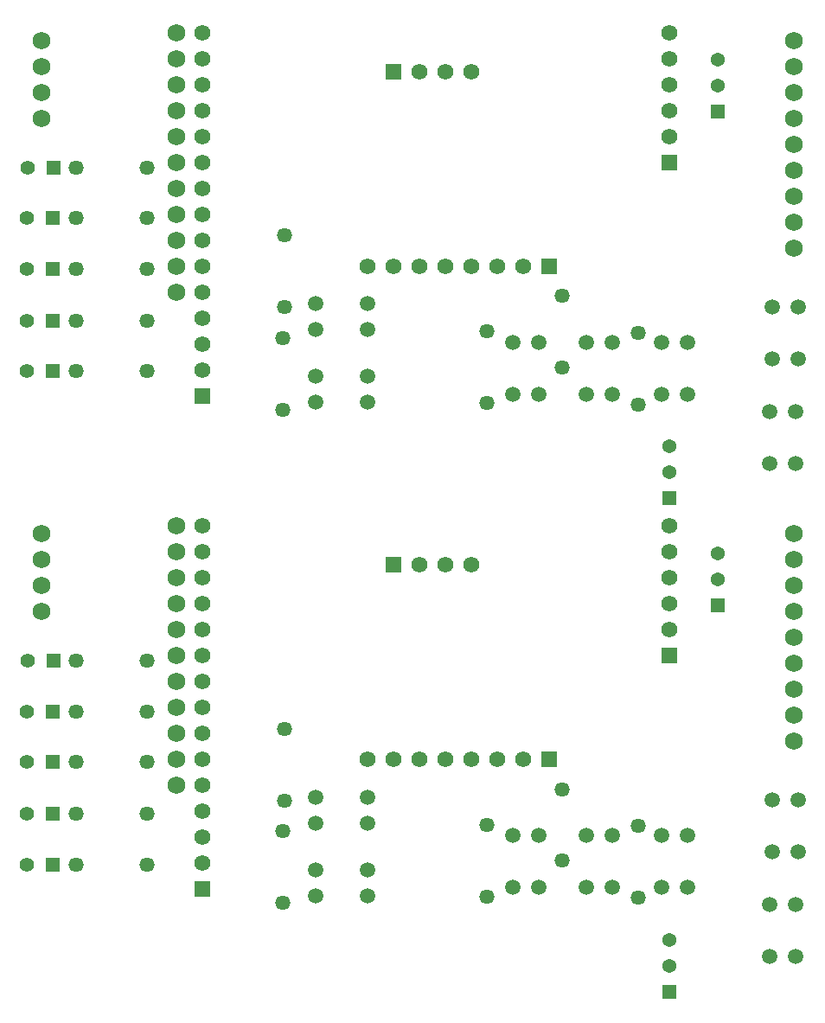
<source format=gts>
G04*
G04 #@! TF.GenerationSoftware,Altium Limited,Altium Designer,24.4.1 (13)*
G04*
G04 Layer_Color=8388736*
%FSTAX25Y25*%
%MOIN*%
G70*
G04*
G04 #@! TF.SameCoordinates,C872E002-563E-4E90-9F37-C142BC3F6998*
G04*
G04*
G04 #@! TF.FilePolarity,Negative*
G04*
G01*
G75*
%ADD20C,0.05937*%
%ADD30C,0.05753*%
%ADD31C,0.06194*%
%ADD32R,0.06194X0.06194*%
%ADD33R,0.05378X0.05378*%
%ADD34C,0.05378*%
%ADD35C,0.06800*%
%ADD36R,0.06194X0.06194*%
%ADD37C,0.05556*%
%ADD38R,0.05556X0.05556*%
D20*
X02915Y0078909D02*
D03*
X03015D02*
D03*
X02915Y0058909D02*
D03*
X03015D02*
D03*
X0290749Y00385D02*
D03*
X0300749D02*
D03*
X0290749Y00185D02*
D03*
X0300749D02*
D03*
X023Y0045091D02*
D03*
X022D02*
D03*
X023Y0065091D02*
D03*
X022D02*
D03*
X02015Y0045091D02*
D03*
X01915D02*
D03*
X02015Y0065091D02*
D03*
X01915D02*
D03*
X0249D02*
D03*
X0259D02*
D03*
X0249Y0045091D02*
D03*
X0259D02*
D03*
X0135591Y008D02*
D03*
Y007D02*
D03*
X0115591Y008D02*
D03*
Y007D02*
D03*
X0135591Y0052D02*
D03*
Y0042D02*
D03*
X0115591Y0052D02*
D03*
X0115591Y0042D02*
D03*
X02915Y0269067D02*
D03*
X03015D02*
D03*
X02915Y0249067D02*
D03*
X03015D02*
D03*
X0290749Y0228658D02*
D03*
X0300749D02*
D03*
X0290749Y0208658D02*
D03*
X0300749D02*
D03*
X023Y0235248D02*
D03*
X022D02*
D03*
X023Y0255248D02*
D03*
X022D02*
D03*
X02015Y0235248D02*
D03*
X01915D02*
D03*
X02015Y0255248D02*
D03*
X01915D02*
D03*
X0249D02*
D03*
X0259D02*
D03*
X0249Y0235248D02*
D03*
X0259D02*
D03*
X0135591Y0270158D02*
D03*
Y0260157D02*
D03*
X0115591Y0270158D02*
D03*
Y0260157D02*
D03*
X0135591Y0242158D02*
D03*
Y0232157D02*
D03*
X0115591Y0242158D02*
D03*
X0115591Y0232157D02*
D03*
D30*
X0103Y003922D02*
D03*
Y006678D02*
D03*
X01035Y010628D02*
D03*
Y007872D02*
D03*
X02105Y0083059D02*
D03*
Y00555D02*
D03*
X01815Y0069279D02*
D03*
Y0041721D02*
D03*
X0050779Y0054D02*
D03*
X0023221Y0054D02*
D03*
X0050779Y00735D02*
D03*
X0023221D02*
D03*
X0050779Y0113D02*
D03*
X0023221Y0113D02*
D03*
X0050779Y00935D02*
D03*
X0023221D02*
D03*
X0050779Y01325D02*
D03*
X0023221Y01325D02*
D03*
X024Y0041221D02*
D03*
Y0068779D02*
D03*
X0103Y0229378D02*
D03*
Y0256937D02*
D03*
X01035Y0296437D02*
D03*
Y0268878D02*
D03*
X02105Y0273217D02*
D03*
Y0245657D02*
D03*
X01815Y0259437D02*
D03*
Y0231878D02*
D03*
X0050779Y0244158D02*
D03*
X0023221Y0244158D02*
D03*
X0050779Y0263657D02*
D03*
X0023221D02*
D03*
X0050779Y0303157D02*
D03*
X0023221Y0303157D02*
D03*
X0050779Y0283658D02*
D03*
X0023221D02*
D03*
X0050779Y0322657D02*
D03*
X0023221Y0322657D02*
D03*
X024Y0231378D02*
D03*
Y0258937D02*
D03*
D31*
X01755Y01695D02*
D03*
X01655D02*
D03*
X01555D02*
D03*
X0252Y01845D02*
D03*
Y01745D02*
D03*
Y01645D02*
D03*
Y01545D02*
D03*
Y01445D02*
D03*
X01955Y00945D02*
D03*
X01855D02*
D03*
X01755D02*
D03*
X01655D02*
D03*
X01555D02*
D03*
X01455D02*
D03*
X01355D02*
D03*
X0072Y00545D02*
D03*
Y00645D02*
D03*
Y00745D02*
D03*
X0072Y00845D02*
D03*
X0072Y00945D02*
D03*
Y01045D02*
D03*
Y01145D02*
D03*
Y01245D02*
D03*
Y01345D02*
D03*
Y01445D02*
D03*
Y01545D02*
D03*
Y01645D02*
D03*
X0072Y01745D02*
D03*
X0072Y01845D02*
D03*
X01755Y0359658D02*
D03*
X01655D02*
D03*
X01555D02*
D03*
X0252Y0374658D02*
D03*
Y0364657D02*
D03*
Y0354658D02*
D03*
Y0344657D02*
D03*
Y0334658D02*
D03*
X01955Y0284658D02*
D03*
X01855D02*
D03*
X01755D02*
D03*
X01655D02*
D03*
X01555D02*
D03*
X01455D02*
D03*
X01355D02*
D03*
X0072Y0244657D02*
D03*
Y0254658D02*
D03*
Y0264657D02*
D03*
X0072Y0274658D02*
D03*
X0072Y0284658D02*
D03*
Y0294657D02*
D03*
Y0304658D02*
D03*
Y0314657D02*
D03*
Y0324658D02*
D03*
Y0334658D02*
D03*
Y0344657D02*
D03*
Y0354658D02*
D03*
X0072Y0364657D02*
D03*
X0072Y0374658D02*
D03*
D32*
X01455Y01695D02*
D03*
X02055Y00945D02*
D03*
X01455Y0359658D02*
D03*
X02055Y0284658D02*
D03*
D33*
X0252Y0005D02*
D03*
X027075Y0154D02*
D03*
X0252Y0195158D02*
D03*
X027075Y0344158D02*
D03*
D34*
X0252Y0015D02*
D03*
Y0025D02*
D03*
X027075Y0164D02*
D03*
Y0174D02*
D03*
X0252Y0205157D02*
D03*
Y0215158D02*
D03*
X027075Y0354157D02*
D03*
Y0364158D02*
D03*
D35*
X001Y01815D02*
D03*
Y01715D02*
D03*
X001Y01615D02*
D03*
X03Y01815D02*
D03*
X03Y01715D02*
D03*
Y01615D02*
D03*
Y01215D02*
D03*
Y01115D02*
D03*
Y01015D02*
D03*
Y01415D02*
D03*
Y01315D02*
D03*
X001Y01515D02*
D03*
X03Y01515D02*
D03*
X0062Y01345D02*
D03*
Y01445D02*
D03*
Y01045D02*
D03*
Y01145D02*
D03*
Y01245D02*
D03*
Y01545D02*
D03*
Y01645D02*
D03*
Y01745D02*
D03*
X0062Y01845D02*
D03*
X0062Y00845D02*
D03*
X0062Y00945D02*
D03*
X001Y0371657D02*
D03*
Y0361658D02*
D03*
X001Y0351658D02*
D03*
X03Y0371657D02*
D03*
X03Y0361658D02*
D03*
Y0351658D02*
D03*
Y0311658D02*
D03*
Y0301658D02*
D03*
Y0291657D02*
D03*
Y0331658D02*
D03*
Y0321657D02*
D03*
X001Y0341657D02*
D03*
X03Y0341657D02*
D03*
X0062Y0324658D02*
D03*
Y0334658D02*
D03*
Y0294657D02*
D03*
Y0304658D02*
D03*
Y0314657D02*
D03*
Y0344657D02*
D03*
Y0354658D02*
D03*
Y0364657D02*
D03*
X0062Y0374658D02*
D03*
X0062Y0274658D02*
D03*
X0062Y0284658D02*
D03*
D36*
X0252Y01345D02*
D03*
X0072Y00445D02*
D03*
X0252Y0324658D02*
D03*
X0072Y0234658D02*
D03*
D37*
X0004343Y0054D02*
D03*
X0004324Y00735D02*
D03*
X0004306Y00935D02*
D03*
X0004403Y0113D02*
D03*
X00045Y01325D02*
D03*
X0004343Y0244158D02*
D03*
X0004324Y0263657D02*
D03*
X0004306Y0283658D02*
D03*
X0004403Y0303157D02*
D03*
X00045Y0322657D02*
D03*
D38*
X0014343Y0054D02*
D03*
X0014324Y00735D02*
D03*
X0014306Y00935D02*
D03*
X0014403Y0113D02*
D03*
X00145Y01325D02*
D03*
X0014343Y0244158D02*
D03*
X0014324Y0263657D02*
D03*
X0014306Y0283658D02*
D03*
X0014403Y0303157D02*
D03*
X00145Y0322657D02*
D03*
M02*

</source>
